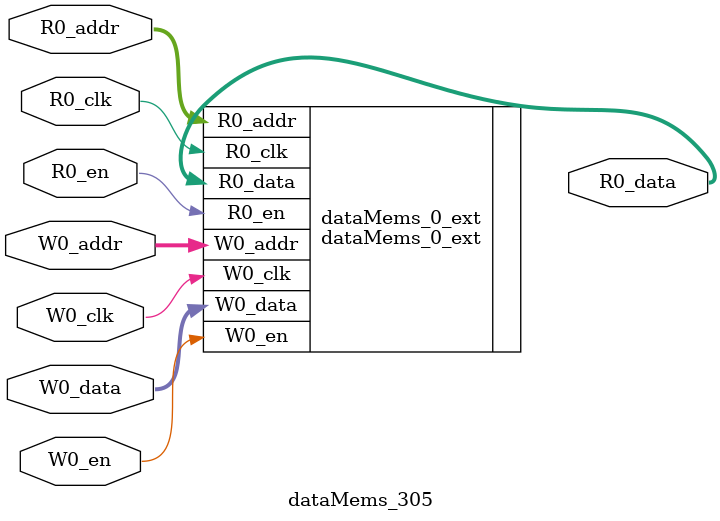
<source format=sv>
`ifndef RANDOMIZE
  `ifdef RANDOMIZE_REG_INIT
    `define RANDOMIZE
  `endif // RANDOMIZE_REG_INIT
`endif // not def RANDOMIZE
`ifndef RANDOMIZE
  `ifdef RANDOMIZE_MEM_INIT
    `define RANDOMIZE
  `endif // RANDOMIZE_MEM_INIT
`endif // not def RANDOMIZE

`ifndef RANDOM
  `define RANDOM $random
`endif // not def RANDOM

// Users can define 'PRINTF_COND' to add an extra gate to prints.
`ifndef PRINTF_COND_
  `ifdef PRINTF_COND
    `define PRINTF_COND_ (`PRINTF_COND)
  `else  // PRINTF_COND
    `define PRINTF_COND_ 1
  `endif // PRINTF_COND
`endif // not def PRINTF_COND_

// Users can define 'ASSERT_VERBOSE_COND' to add an extra gate to assert error printing.
`ifndef ASSERT_VERBOSE_COND_
  `ifdef ASSERT_VERBOSE_COND
    `define ASSERT_VERBOSE_COND_ (`ASSERT_VERBOSE_COND)
  `else  // ASSERT_VERBOSE_COND
    `define ASSERT_VERBOSE_COND_ 1
  `endif // ASSERT_VERBOSE_COND
`endif // not def ASSERT_VERBOSE_COND_

// Users can define 'STOP_COND' to add an extra gate to stop conditions.
`ifndef STOP_COND_
  `ifdef STOP_COND
    `define STOP_COND_ (`STOP_COND)
  `else  // STOP_COND
    `define STOP_COND_ 1
  `endif // STOP_COND
`endif // not def STOP_COND_

// Users can define INIT_RANDOM as general code that gets injected into the
// initializer block for modules with registers.
`ifndef INIT_RANDOM
  `define INIT_RANDOM
`endif // not def INIT_RANDOM

// If using random initialization, you can also define RANDOMIZE_DELAY to
// customize the delay used, otherwise 0.002 is used.
`ifndef RANDOMIZE_DELAY
  `define RANDOMIZE_DELAY 0.002
`endif // not def RANDOMIZE_DELAY

// Define INIT_RANDOM_PROLOG_ for use in our modules below.
`ifndef INIT_RANDOM_PROLOG_
  `ifdef RANDOMIZE
    `ifdef VERILATOR
      `define INIT_RANDOM_PROLOG_ `INIT_RANDOM
    `else  // VERILATOR
      `define INIT_RANDOM_PROLOG_ `INIT_RANDOM #`RANDOMIZE_DELAY begin end
    `endif // VERILATOR
  `else  // RANDOMIZE
    `define INIT_RANDOM_PROLOG_
  `endif // RANDOMIZE
`endif // not def INIT_RANDOM_PROLOG_

// Include register initializers in init blocks unless synthesis is set
`ifndef SYNTHESIS
  `ifndef ENABLE_INITIAL_REG_
    `define ENABLE_INITIAL_REG_
  `endif // not def ENABLE_INITIAL_REG_
`endif // not def SYNTHESIS

// Include rmemory initializers in init blocks unless synthesis is set
`ifndef SYNTHESIS
  `ifndef ENABLE_INITIAL_MEM_
    `define ENABLE_INITIAL_MEM_
  `endif // not def ENABLE_INITIAL_MEM_
`endif // not def SYNTHESIS

module dataMems_305(	// @[generators/ara/src/main/scala/UnsafeAXI4ToTL.scala:365:62]
  input  [4:0]  R0_addr,
  input         R0_en,
  input         R0_clk,
  output [66:0] R0_data,
  input  [4:0]  W0_addr,
  input         W0_en,
  input         W0_clk,
  input  [66:0] W0_data
);

  dataMems_0_ext dataMems_0_ext (	// @[generators/ara/src/main/scala/UnsafeAXI4ToTL.scala:365:62]
    .R0_addr (R0_addr),
    .R0_en   (R0_en),
    .R0_clk  (R0_clk),
    .R0_data (R0_data),
    .W0_addr (W0_addr),
    .W0_en   (W0_en),
    .W0_clk  (W0_clk),
    .W0_data (W0_data)
  );
endmodule


</source>
